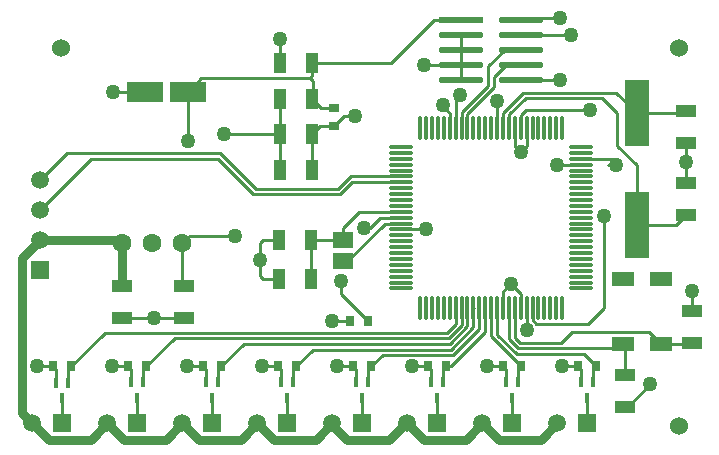
<source format=gtl>
G04 Layer_Physical_Order=1*
G04 Layer_Color=255*
%FSLAX23Y23*%
%MOIN*%
G70*
G01*
G75*
%ADD10O,0.081X0.012*%
%ADD11O,0.012X0.081*%
%ADD12R,0.083X0.220*%
%ADD13R,0.150X0.020*%
%ADD14O,0.150X0.020*%
%ADD15R,0.028X0.035*%
%ADD16R,0.043X0.067*%
%ADD17R,0.067X0.053*%
%ADD18R,0.035X0.028*%
%ADD19R,0.120X0.071*%
%ADD20R,0.067X0.043*%
%ADD21R,0.016X0.035*%
%ADD22R,0.075X0.051*%
%ADD23C,0.010*%
%ADD24C,0.030*%
%ADD25C,0.063*%
%ADD26C,0.060*%
%ADD27C,0.059*%
%ADD28R,0.059X0.059*%
%ADD29R,0.059X0.059*%
%ADD30C,0.050*%
D10*
X2315Y2081D02*
D03*
Y2062D02*
D03*
Y2042D02*
D03*
Y2022D02*
D03*
Y2002D02*
D03*
Y1983D02*
D03*
Y1963D02*
D03*
Y1943D02*
D03*
Y1924D02*
D03*
Y1904D02*
D03*
Y1884D02*
D03*
Y1865D02*
D03*
Y1845D02*
D03*
Y1825D02*
D03*
Y1806D02*
D03*
Y1786D02*
D03*
Y1766D02*
D03*
Y1747D02*
D03*
Y1727D02*
D03*
Y1707D02*
D03*
Y1688D02*
D03*
Y1668D02*
D03*
Y1648D02*
D03*
Y1628D02*
D03*
Y1609D02*
D03*
X2915D02*
D03*
Y1628D02*
D03*
Y1648D02*
D03*
Y1668D02*
D03*
Y1688D02*
D03*
Y1707D02*
D03*
Y1727D02*
D03*
Y1747D02*
D03*
Y1766D02*
D03*
Y1786D02*
D03*
Y1806D02*
D03*
Y1825D02*
D03*
Y1845D02*
D03*
Y1865D02*
D03*
Y1884D02*
D03*
Y1904D02*
D03*
Y1924D02*
D03*
Y1943D02*
D03*
Y1963D02*
D03*
Y1983D02*
D03*
Y2002D02*
D03*
Y2022D02*
D03*
Y2042D02*
D03*
Y2062D02*
D03*
Y2081D02*
D03*
D11*
X2379Y1545D02*
D03*
X2398D02*
D03*
X2418D02*
D03*
X2438D02*
D03*
X2458D02*
D03*
X2477D02*
D03*
X2497D02*
D03*
X2517D02*
D03*
X2536D02*
D03*
X2556D02*
D03*
X2576D02*
D03*
X2595D02*
D03*
X2615D02*
D03*
X2635D02*
D03*
X2654D02*
D03*
X2674D02*
D03*
X2694D02*
D03*
X2713D02*
D03*
X2733D02*
D03*
X2753D02*
D03*
X2772D02*
D03*
X2792D02*
D03*
X2812D02*
D03*
X2832D02*
D03*
X2851D02*
D03*
Y2145D02*
D03*
X2832D02*
D03*
X2812D02*
D03*
X2792D02*
D03*
X2772D02*
D03*
X2753D02*
D03*
X2733D02*
D03*
X2713D02*
D03*
X2694D02*
D03*
X2674D02*
D03*
X2654D02*
D03*
X2635D02*
D03*
X2615D02*
D03*
X2595D02*
D03*
X2576D02*
D03*
X2556D02*
D03*
X2536D02*
D03*
X2517D02*
D03*
X2497D02*
D03*
X2477D02*
D03*
X2458D02*
D03*
X2438D02*
D03*
X2418D02*
D03*
X2398D02*
D03*
X2379D02*
D03*
D12*
X3100Y2194D02*
D03*
Y1820D02*
D03*
D13*
X2515Y2505D02*
D03*
D14*
Y2455D02*
D03*
Y2405D02*
D03*
Y2355D02*
D03*
Y2305D02*
D03*
X2715Y2505D02*
D03*
Y2455D02*
D03*
Y2405D02*
D03*
Y2355D02*
D03*
Y2305D02*
D03*
D15*
X2146Y1500D02*
D03*
X2205D02*
D03*
X2905Y1350D02*
D03*
X2965D02*
D03*
X2655D02*
D03*
X2715D02*
D03*
X2405D02*
D03*
X2465D02*
D03*
X2155D02*
D03*
X2215D02*
D03*
X1906Y1350D02*
D03*
X1965D02*
D03*
X1655Y1350D02*
D03*
X1715D02*
D03*
X1406Y1350D02*
D03*
X1465D02*
D03*
X1156D02*
D03*
X1215D02*
D03*
D16*
X2015Y1770D02*
D03*
X1909D02*
D03*
X2015Y1640D02*
D03*
X1909D02*
D03*
X1912Y2005D02*
D03*
X2018D02*
D03*
X1912Y2125D02*
D03*
X2018D02*
D03*
X1912Y2360D02*
D03*
X2018D02*
D03*
X1912Y2240D02*
D03*
X2018D02*
D03*
D17*
X2120Y1771D02*
D03*
Y1699D02*
D03*
D18*
X2090Y2151D02*
D03*
Y2210D02*
D03*
D19*
X1604Y2265D02*
D03*
X1460D02*
D03*
D20*
X1590Y1618D02*
D03*
Y1512D02*
D03*
X1385Y1618D02*
D03*
Y1512D02*
D03*
X3060Y1321D02*
D03*
Y1215D02*
D03*
X3285Y1427D02*
D03*
Y1533D02*
D03*
X3265Y1855D02*
D03*
Y1961D02*
D03*
Y2201D02*
D03*
Y2095D02*
D03*
D21*
X2935Y1244D02*
D03*
X2915Y1296D02*
D03*
X2955D02*
D03*
X2685Y1244D02*
D03*
X2665Y1296D02*
D03*
X2705D02*
D03*
X2435Y1244D02*
D03*
X2415Y1296D02*
D03*
X2455D02*
D03*
X2185Y1245D02*
D03*
X2165Y1296D02*
D03*
X2205D02*
D03*
X1935Y1245D02*
D03*
X1915Y1296D02*
D03*
X1955D02*
D03*
X1685Y1244D02*
D03*
X1665Y1296D02*
D03*
X1705D02*
D03*
X1435Y1245D02*
D03*
X1415Y1296D02*
D03*
X1455D02*
D03*
X1185Y1244D02*
D03*
X1166Y1295D02*
D03*
X1205D02*
D03*
D22*
X3180Y1425D02*
D03*
Y1642D02*
D03*
X3054Y1425D02*
D03*
Y1642D02*
D03*
D23*
X2850Y1350D02*
X2906D01*
X2916Y1295D02*
Y1340D01*
X2650Y1355D02*
X2655D01*
X2600Y1350D02*
X2656D01*
X2666Y1295D02*
Y1340D01*
X2416Y1295D02*
Y1340D01*
X2350Y1350D02*
X2406D01*
X2166Y1295D02*
Y1340D01*
X2100Y1350D02*
X2156D01*
X1916Y1295D02*
Y1340D01*
X1600Y1350D02*
X1656D01*
X1666Y1295D02*
Y1340D01*
X1416Y1295D02*
Y1340D01*
X3018Y2032D02*
X3028Y2042D01*
X3006Y2020D02*
X3018Y2032D01*
X2833Y2022D02*
X2915D01*
X2245Y1845D02*
X2315D01*
X2175Y1865D02*
X2315D01*
X2148Y1983D02*
X2315D01*
X2260Y1825D02*
X2314D01*
X2152Y1963D02*
X2315D01*
X2134Y1699D02*
X2260Y1825D01*
X2120Y1699D02*
X2134D01*
X1375Y1770D02*
X1385Y1760D01*
X3018Y2032D02*
X3030Y2020D01*
X3012Y2038D02*
X3018Y2032D01*
X3006Y2020D02*
X3030D01*
X3035Y2085D02*
X3100Y2020D01*
Y1820D02*
Y2020D01*
X2915Y2042D02*
X3028D01*
X3032Y2262D02*
X3100Y2194D01*
X2722Y2262D02*
X3032D01*
X2654Y2194D02*
X2722Y2262D01*
X2985Y2245D02*
X3035Y2195D01*
X2730Y2245D02*
X2985D01*
X2674Y2189D02*
X2730Y2245D01*
X2497Y2242D02*
X2510Y2255D01*
X2635Y2146D02*
Y2235D01*
X2635Y2145D02*
X2635Y2146D01*
X2625Y2315D02*
X2665Y2355D01*
X2625Y2280D02*
Y2315D01*
X2536Y2191D02*
X2625Y2280D01*
X2605Y2350D02*
X2660Y2405D01*
X2605Y2285D02*
Y2350D01*
X2517Y2197D02*
X2605Y2285D01*
X2112Y1923D02*
X2152Y1963D01*
X1822Y1923D02*
X2112D01*
X1705Y2040D02*
X1822Y1923D01*
X1280Y2040D02*
X1705D01*
X1830Y1940D02*
X2105D01*
X1710Y2060D02*
X1830Y1940D01*
X1200Y2060D02*
X1710D01*
X2105Y1940D02*
X2148Y1983D01*
X2190Y1810D02*
X2210D01*
X2245Y1845D01*
X2120Y1810D02*
X2175Y1865D01*
X2120Y1771D02*
Y1810D01*
X2733Y1472D02*
X2735Y1470D01*
X2733Y1472D02*
Y1545D01*
X2765Y1492D02*
X2937D01*
X2755Y1503D02*
X2765Y1492D01*
X2755Y1503D02*
Y1543D01*
X2753Y1545D02*
X2755Y1543D01*
X2847Y1427D02*
X2885Y1465D01*
X2711Y1427D02*
X2847D01*
X2694Y1444D02*
X2711Y1427D01*
X2694Y1444D02*
Y1545D01*
X2674Y1440D02*
Y1545D01*
Y1440D02*
X2704Y1410D01*
X3039D01*
X2700Y1390D02*
X2925D01*
X2635Y1455D02*
X2700Y1390D01*
X3039Y1410D02*
X3054Y1425D01*
X2925Y1390D02*
X2965Y1350D01*
X2635Y1455D02*
Y1545D01*
X2615Y1450D02*
X2715Y1350D01*
X2615Y1450D02*
Y1545D01*
X2465Y1350D02*
X2480D01*
X2595Y1465D01*
Y1545D01*
X2215Y1350D02*
X2253Y1388D01*
X2489D01*
X2576Y1474D01*
Y1545D01*
X1965Y1350D02*
X2020Y1405D01*
X2482D01*
X2556Y1479D01*
X2536Y1483D02*
Y1545D01*
X2478Y1425D02*
X2536Y1483D01*
X2497Y1492D02*
Y1545D01*
X2467Y1462D02*
X2497Y1492D01*
X2156Y1350D02*
X2166Y1340D01*
X2556Y1479D02*
Y1545D01*
X2517Y1488D02*
Y1545D01*
X2474Y1445D02*
X2517Y1488D01*
X1715Y1350D02*
X1790Y1425D01*
X2478D01*
X1465Y1350D02*
X1560Y1445D01*
X2474D01*
X1350Y1350D02*
X1406D01*
X1327Y1462D02*
X2467D01*
X1215Y1350D02*
X1327Y1462D01*
X2115Y1590D02*
Y1635D01*
Y1590D02*
X2205Y1500D01*
X2315Y1806D02*
X2399D01*
X3230Y1820D02*
X3265Y1855D01*
X3100Y1820D02*
X3230D01*
X3258Y2194D02*
X3265Y2201D01*
X3100Y2194D02*
X3258D01*
X3035Y2085D02*
Y2195D01*
X3285Y1533D02*
Y1600D01*
X3070Y1215D02*
X3145Y1290D01*
X3060Y1215D02*
X3070D01*
X3283Y1425D02*
X3285Y1427D01*
X3180Y1425D02*
X3283D01*
X3257Y2209D02*
X3265Y2201D01*
Y1961D02*
Y2030D01*
Y2095D01*
X2733Y2083D02*
Y2145D01*
X2715Y2065D02*
X2733Y2083D01*
X2694Y2081D02*
X2710Y2065D01*
X2715D01*
X2674Y2145D02*
Y2189D01*
X2730Y2205D02*
X2945D01*
X2713Y2188D02*
X2730Y2205D01*
X2694Y2081D02*
Y2145D01*
X2390Y2355D02*
X2515D01*
Y2405D02*
Y2455D01*
Y2355D02*
Y2405D01*
Y2305D02*
Y2355D01*
X1912Y2360D02*
Y2442D01*
X1725Y2125D02*
X1912D01*
Y2240D01*
Y2005D02*
Y2125D01*
X1845Y1705D02*
Y1760D01*
Y1650D02*
Y1705D01*
Y1760D02*
X1855Y1770D01*
X1845Y1650D02*
X1855Y1640D01*
Y1770D02*
X1909D01*
X1855Y1640D02*
X1909D01*
X1355Y2265D02*
X1460D01*
X1385Y1512D02*
X1490D01*
X1590D01*
X2906Y1350D02*
X2916Y1340D01*
X1955Y1340D02*
X1965Y1350D01*
X1955Y1296D02*
Y1340D01*
X2205Y1340D02*
X2215Y1350D01*
X2205Y1296D02*
Y1340D01*
X2455Y1340D02*
X2465Y1350D01*
X2455Y1300D02*
Y1340D01*
X2705Y1340D02*
X2715Y1350D01*
X2705Y1301D02*
Y1340D01*
X2955D02*
X2965Y1350D01*
X2955Y1301D02*
Y1340D01*
X2656Y1350D02*
X2666Y1340D01*
X2935Y1244D02*
Y1250D01*
Y1160D02*
Y1244D01*
X2685D02*
Y1250D01*
Y1160D02*
Y1244D01*
X2435D02*
Y1249D01*
Y1160D02*
Y1244D01*
X2185Y1245D02*
Y1250D01*
Y1160D02*
Y1245D01*
X1850Y1350D02*
X1906D01*
X1935Y1245D02*
Y1249D01*
Y1160D02*
Y1245D01*
X2406Y1350D02*
X2416Y1340D01*
X1906Y1350D02*
X1916Y1340D01*
X1656Y1350D02*
X1666Y1340D01*
X1406Y1350D02*
X1416Y1340D01*
X1100Y1350D02*
X1156D01*
X1166Y1340D01*
Y1295D02*
Y1340D01*
X2937Y1492D02*
X2990Y1545D01*
Y1850D01*
X2425Y2505D02*
X2515D01*
X2280Y2360D02*
X2425Y2505D01*
X2018Y2360D02*
X2280D01*
X2654Y2145D02*
Y2194D01*
X2497Y2145D02*
Y2242D01*
X2517Y2145D02*
Y2197D01*
X2556Y1545D02*
X2557Y1544D01*
X2536Y2145D02*
Y2191D01*
X2477Y2145D02*
Y2193D01*
X2654Y1545D02*
Y1599D01*
X2713Y1545D02*
Y1592D01*
Y2145D02*
Y2188D01*
X2885Y1465D02*
X3140D01*
X2048Y2210D02*
X2090D01*
X2018Y2240D02*
X2048Y2210D01*
X2018Y2240D02*
X2020Y2242D01*
Y2300D01*
X2010Y2310D02*
X2020Y2300D01*
X2018Y2318D02*
Y2360D01*
X2010Y2310D02*
X2018Y2318D01*
X1649Y2310D02*
X2010D01*
X1604Y2265D02*
X1649Y2310D01*
X1604Y2265D02*
X1605Y2264D01*
Y2100D02*
Y2264D01*
X1110Y1970D02*
X1200Y2060D01*
X1610Y1785D02*
X1760D01*
X1585Y1760D02*
X1610Y1785D01*
X1185Y1160D02*
Y1244D01*
X1585Y1623D02*
X1590Y1618D01*
X1585Y1623D02*
Y1760D01*
X1110Y1870D02*
X1280Y2040D01*
X3140Y1465D02*
X3180Y1425D01*
X2085Y1500D02*
X2146D01*
X2654Y1599D02*
X2680Y1625D01*
X2713Y1592D01*
X2314Y1825D02*
X2315Y1825D01*
X2119Y1770D02*
X2120Y1771D01*
X2015Y1770D02*
X2119D01*
X2015Y1640D02*
Y1770D01*
X2124Y2185D02*
X2160D01*
X2090Y2151D02*
X2124Y2185D01*
X2665Y2355D02*
X2715D01*
X2018Y2005D02*
Y2125D01*
X2044Y2151D01*
X2090D01*
X2455Y2215D02*
X2477Y2193D01*
X2455Y2215D02*
Y2220D01*
X2715Y2455D02*
X2880D01*
X2720Y2510D02*
X2845D01*
X2715Y2505D02*
X2720Y2510D01*
X2660Y2405D02*
X2715D01*
Y2305D02*
X2845D01*
X3054Y1425D02*
X3060Y1419D01*
Y1321D02*
Y1419D01*
X1705Y1340D02*
X1715Y1350D01*
X1705Y1296D02*
Y1340D01*
X1685Y1160D02*
Y1244D01*
X1455Y1340D02*
X1465Y1350D01*
X1455Y1296D02*
Y1340D01*
X1435Y1160D02*
Y1245D01*
X1205Y1340D02*
X1215Y1350D01*
X1205Y1295D02*
Y1340D01*
X1185Y1244D02*
X1185Y1244D01*
D24*
X2080Y1160D02*
X2082Y1158D01*
X2135Y1105D01*
X1110Y1770D02*
X1375D01*
X1385Y1618D02*
Y1760D01*
X1050Y1710D02*
X1110Y1770D01*
X1050Y1195D02*
Y1710D01*
Y1195D02*
X1085Y1160D01*
X2585D02*
X2640Y1105D01*
X2780D01*
X2835Y1160D01*
X2335D02*
X2390Y1105D01*
X2530D01*
X2585Y1160D01*
X2082Y1158D02*
X2085Y1160D01*
X2030Y1105D02*
X2082Y1158D01*
X2135Y1105D02*
X2275D01*
X2330Y1160D01*
X1835D02*
X1890Y1105D01*
X2030D01*
X1585Y1160D02*
X1640Y1105D01*
X1780D01*
X1835Y1160D01*
X1335D02*
X1390Y1105D01*
X1530D01*
X1585Y1160D01*
X1280Y1105D02*
X1335Y1160D01*
X1140Y1105D02*
X1280D01*
X1085Y1160D02*
X1140Y1105D01*
D25*
X1585Y1760D02*
D03*
X1485D02*
D03*
X1385D02*
D03*
D26*
X3240Y1150D02*
D03*
Y2410D02*
D03*
X1180D02*
D03*
D27*
X1110Y1970D02*
D03*
Y1870D02*
D03*
Y1770D02*
D03*
X2835Y1160D02*
D03*
X2585D02*
D03*
X2335D02*
D03*
X2085D02*
D03*
X1835D02*
D03*
X1585D02*
D03*
X1335D02*
D03*
X1085D02*
D03*
D28*
X1110Y1670D02*
D03*
D29*
X2935Y1160D02*
D03*
X2685D02*
D03*
X2435D02*
D03*
X2185D02*
D03*
X1935D02*
D03*
X1685D02*
D03*
X1435D02*
D03*
X1185D02*
D03*
D30*
X3030Y2020D02*
D03*
X2510Y2255D02*
D03*
X2635Y2235D02*
D03*
X2190Y1810D02*
D03*
X2735Y1470D02*
D03*
X2850Y1350D02*
D03*
X2100D02*
D03*
X1350D02*
D03*
X2115Y1635D02*
D03*
X2399Y1806D02*
D03*
X3285Y1600D02*
D03*
X3145Y1290D02*
D03*
X2833Y2022D02*
D03*
X3265Y2030D02*
D03*
X2715Y2065D02*
D03*
X2390Y2355D02*
D03*
X1912Y2442D02*
D03*
X1725Y2125D02*
D03*
X1845Y1705D02*
D03*
X1355Y2265D02*
D03*
X1490Y1512D02*
D03*
X2600Y1350D02*
D03*
X2350D02*
D03*
X1850D02*
D03*
X1600D02*
D03*
X1100D02*
D03*
X2990Y1850D02*
D03*
X1605Y2100D02*
D03*
X1760Y1785D02*
D03*
X2085Y1500D02*
D03*
X2680Y1625D02*
D03*
X2160Y2185D02*
D03*
X2455Y2220D02*
D03*
X2880Y2455D02*
D03*
X2845Y2510D02*
D03*
X2945Y2205D02*
D03*
X2845Y2305D02*
D03*
M02*

</source>
